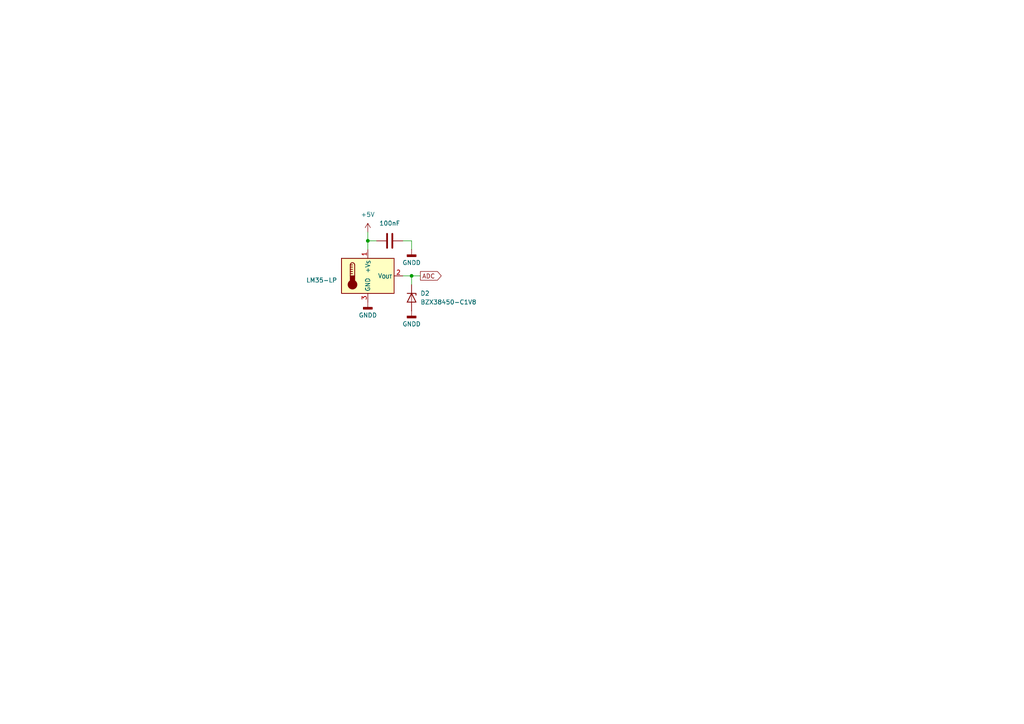
<source format=kicad_sch>
(kicad_sch (version 20250114) (generator "eeschema") (generator_version "9.0")
  (paper "A4")
  (lib_symbols
    (symbol "Device:C" (pin_numbers (hide yes)) (pin_names (offset 0.254))
      (property "Reference" "C" (at 0.635 2.54 0))
      (property "Value" "C" (at 0.635 -2.54 0))
      (symbol "C_0_1"
        (polyline (pts (xy -2.032 0.762) (xy 2.032 0.762)) (stroke (width 0.508)))
        (polyline (pts (xy -2.032 -0.762) (xy 2.032 -0.762)) (stroke (width 0.508)))
      )
      (symbol "C_1_1"
        (pin passive line (at 0 3.81 270) (length 2.794) (name "~") (number "1"))
        (pin passive line (at 0 -3.81 90) (length 2.794) (name "~") (number "2"))
      )
    )
    (symbol "Diode:BZX384xxxx" (pin_numbers (hide yes)) (pin_names (hide yes))
      (property "Reference" "D" (at 0 2.54 0))
      (property "Value" "BZX384xxxx" (at 0 -2.54 0))
      (symbol "BZX384xxxx_0_1"
        (polyline (pts (xy -1.27 -1.27) (xy -1.27 1.27) (xy -0.762 1.27)) (stroke (width 0.254)))
        (polyline (pts (xy 1.27 0) (xy -1.27 0)))
        (polyline (pts (xy 1.27 -1.27) (xy 1.27 1.27) (xy -1.27 0) (xy 1.27 -1.27)) (stroke (width 0.254)))
      )
      (symbol "BZX384xxxx_1_1"
        (pin passive line (at -3.81 0 0) (length 2.54) (name "K") (number "1"))
        (pin passive line (at 3.81 0 180) (length 2.54) (name "A") (number "2"))
      )
    )
    (symbol "Sensor_Temperature:LM35-LP"
      (property "Reference" "U" (at -6.35 6.35 0))
      (property "Value" "LM35-LP" (at 1.27 6.35 0))
      (symbol "LM35-LP_0_1"
        (rectangle (start -7.62 5.08) (end 7.62 -5.08) (stroke (width 0.254)) (fill (type background)))
        (polyline (pts (xy -5.08 3.175) (xy -5.08 0)) (stroke (width 0.254)))
        (polyline (pts (xy -5.08 3.175) (xy -4.445 3.175)) (stroke (width 0.254)))
        (polyline (pts (xy -5.08 2.54) (xy -4.445 2.54)) (stroke (width 0.254)))
        (polyline (pts (xy -5.08 1.905) (xy -4.445 1.905)) (stroke (width 0.254)))
        (polyline (pts (xy -5.08 1.27) (xy -4.445 1.27)) (stroke (width 0.254)))
        (polyline (pts (xy -5.08 0.635) (xy -4.445 0.635)) (stroke (width 0.254)))
        (arc (start -5.08 3.175) (mid -4.445 3.8073) (end -3.81 3.175) (stroke (width 0.254)))
        (circle (center -4.445 -2.54) (radius 1.27) (stroke (width 0.254)) (fill (type outline)))
        (polyline (pts (xy -3.81 3.175) (xy -3.81 0)) (stroke (width 0.254)))
        (rectangle (start -3.81 -1.905) (end -5.08 0) (stroke (width 0.254)) (fill (type outline)))
      )
      (symbol "LM35-LP_1_1"
        (pin power_in line (at 0 7.62 270) (length 2.54) (name "+V_{S}") (number "1"))
        (pin power_in line (at 0 -7.62 90) (length 2.54) (name "GND") (number "3"))
        (pin output line (at 10.16 0 180) (length 2.54) (name "V_{OUT}") (number "2"))
      )
    )
    (symbol "power:+5V" (power) (pin_numbers (hide yes)) (pin_names (offset 0) (hide yes))
      (property "Value" "+5V" (at 0 3.556 0))
      (symbol "+5V_0_1"
        (polyline (pts (xy -0.762 1.27) (xy 0 2.54)))
        (polyline (pts (xy 0 2.54) (xy 0.762 1.27)))
        (polyline (pts (xy 0 0) (xy 0 2.54)))
      )
      (symbol "+5V_1_1"
        (pin power_in line (at 0 0 90) (length 0) (name "~") (number "1"))
      )
    )
    (symbol "power:GNDD" (power) (pin_numbers (hide yes)) (pin_names (offset 0) (hide yes))
      (property "Value" "GNDD" (at 0 -3.175 0))
      (symbol "GNDD_0_1"
        (rectangle (start -1.27 -1.524) (end 1.27 -2.032) (stroke (width 0.254)) (fill (type outline)))
        (polyline (pts (xy 0 0) (xy 0 -1.524)))
      )
      (symbol "GNDD_1_1"
        (pin power_in line (at 0 0 270) (length 0) (name "~") (number "1"))
      )
    )
  )
  (junction (at 106.68 69.85))
  (junction (at 119.38 80.01))
  (wire (pts (xy 119.38 69.85) (xy 116.84 69.85)))
  (wire (pts (xy 106.68 69.85) (xy 106.68 72.39)))
  (wire (pts (xy 119.38 80.01) (xy 119.38 82.55)))
  (wire (pts (xy 119.38 80.01) (xy 121.92 80.01)))
  (wire (pts (xy 116.84 80.01) (xy 119.38 80.01)))
  (wire (pts (xy 109.22 69.85) (xy 106.68 69.85)))
  (wire (pts (xy 119.38 72.39) (xy 119.38 69.85)))
  (wire (pts (xy 106.68 67.31) (xy 106.68 69.85)))
  (global_label "ADC" (shape output) (at 121.92 80.01 0) (property "Intersheetrefs" "${INTERSHEET_REFS}" (effects (hide yes))))
  (symbol (lib_id "power:+5V") (at 106.68 67.31 0) (unit 1)
    (property "Reference" "#PWR05" (effects (hide yes)))
    (property "Value" "+5V" (at 106.68 62.23 0))
    (property "Description" "Power symbol creates a global label with name \"+5V\"" (effects (hide yes)))
  )
  (symbol (lib_id "power:GNDD") (at 119.38 90.17 0) (unit 1)
    (property "Reference" "#PWR04" (effects (hide yes)))
    (property "Value" "GNDD" (at 119.38 93.98 0))
    (property "Description" "Power symbol creates a global label with name \"GNDD\" , digital ground" (effects (hide yes)))
  )
  (symbol (lib_id "Device:C") (at 113.03 69.85 90) (unit 1)
    (property "Reference" "C1" (effects (hide yes)))
    (property "Value" "100nF" (at 113.03 64.77 90))
    (property "Description" "Unpolarized capacitor" (effects (hide yes)))
  )
  (symbol (lib_id "Sensor_Temperature:LM35-LP") (at 106.68 80.01 0) (unit 1)
    (property "Reference" "U1" (effects (hide yes)))
    (property "Value" "LM35-LP" (at 97.79 81.2799 0) (effects (justify right)))
    (property "Footprint" "Package_TO_SOT_THT:TO-92_Inline" (effects (hide yes)))
    (property "Datasheet" "http://www.ti.com/lit/ds/symlink/lm35.pdf" (effects (hide yes)))
    (property "Description" "Precision centigrade temperature sensor, TO-92" (effects (hide yes)))
  )
  (symbol (lib_id "power:GNDD") (at 106.68 87.63 0) (unit 1)
    (property "Reference" "#PWR02" (effects (hide yes)))
    (property "Value" "GNDD" (at 106.68 91.44 0))
    (property "Description" "Power symbol creates a global label with name \"GNDD\" , digital ground" (effects (hide yes)))
  )
  (symbol (lib_id "power:GNDD") (at 119.38 72.39 0) (unit 1)
    (property "Reference" "#PWR06" (effects (hide yes)))
    (property "Value" "GNDD" (at 119.38 76.2 0))
    (property "Description" "Power symbol creates a global label with name \"GNDD\" , digital ground" (effects (hide yes)))
  )
  (symbol (lib_id "Diode:BZX384xxxx") (at 119.38 86.36 270) (unit 1)
    (property "Reference" "D2" (at 121.92 85.0899 90) (effects (justify left)))
    (property "Value" "BZX38450-C1V8" (at 121.92 87.6299 90) (effects (justify left)))
    (property "Footprint" "Diode_SMD:D_SOD-323" (effects (hide yes)))
    (property "Datasheet" "https://www.vishay.com/docs/85764/bzx384.pdf" (effects (hide yes)))
    (property "Description" "300mW Zener Diode, SOD-323" (effects (hide yes)))
  )
)
</source>
